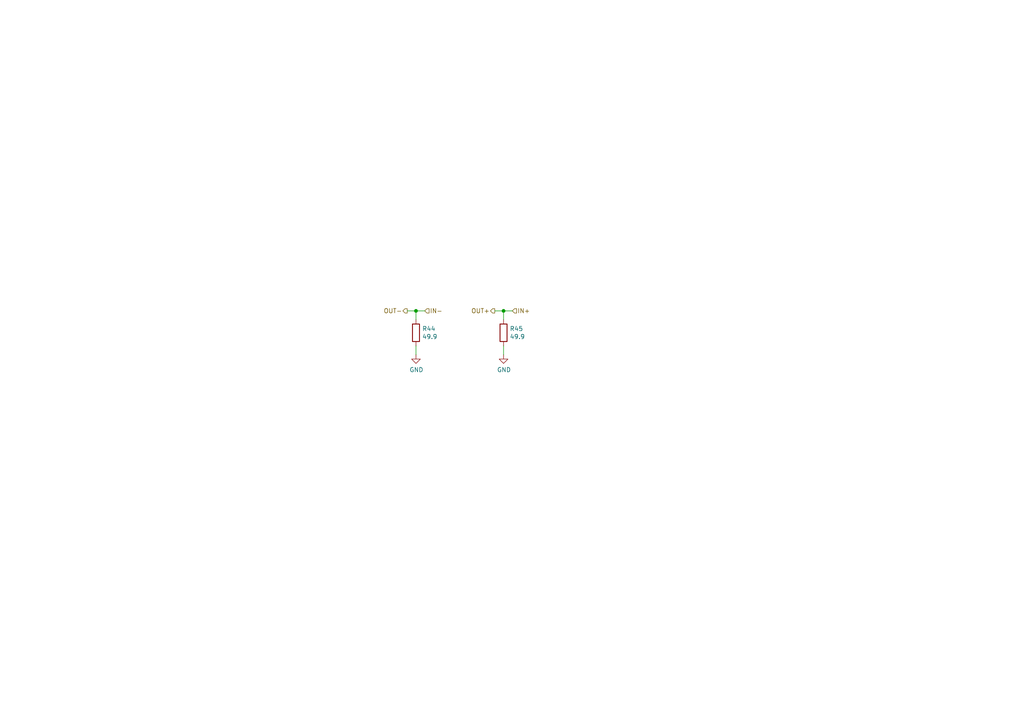
<source format=kicad_sch>
(kicad_sch (version 20231120) (generator "eeschema") (generator_version "8.0")
  (paper "A4")
  (title_block (title "PCIexpress_x4_half") (company "Author: Luca Anastasio"))
  (lib_symbols
    (symbol "Device:R" (pin_numbers hide) (pin_names (offset 0))
      (property "Reference" "R" (at 2.032 0 90))
      (property "Value" "R" (at 0 0 90))
      (symbol "R_0_1"
        (rectangle (start -1.016 -2.54) (end 1.016 2.54) (stroke (width 0.254)))
      )
      (symbol "R_1_1"
        (pin passive line (at 0 3.81 270) (length 1.27) (name "~") (number "1"))
        (pin passive line (at 0 -3.81 90) (length 1.27) (name "~") (number "2"))
      )
    )
    (symbol "power:GND" (power) (pin_names (offset 0))
      (property "Value" "GND" (at 0 -3.81 0))
      (symbol "GND_0_1"
        (polyline (pts (xy 0 0) (xy 0 -1.27) (xy 1.27 -1.27) (xy 0 -2.54) (xy -1.27 -1.27) (xy 0 -1.27)))
      )
      (symbol "GND_1_1"
        (pin power_in line (at 0 0 270) (length 0) hide (name "GND") (number "1"))
      )
    )
  )
  (junction (at 120.65 90.17))
  (junction (at 146.05 90.17))
  (wire (pts (xy 146.05 92.71) (xy 146.05 90.17)))
  (wire (pts (xy 118.11 90.17) (xy 120.65 90.17)))
  (wire (pts (xy 143.51 90.17) (xy 146.05 90.17)))
  (wire (pts (xy 146.05 100.33) (xy 146.05 102.87)))
  (wire (pts (xy 120.65 92.71) (xy 120.65 90.17)))
  (wire (pts (xy 146.05 90.17) (xy 148.59 90.17)))
  (wire (pts (xy 120.65 90.17) (xy 123.19 90.17)))
  (wire (pts (xy 120.65 100.33) (xy 120.65 102.87)))
  (hierarchical_label "IN-" (shape input) (at 123.19 90.17 0))
  (hierarchical_label "OUT-" (shape output) (at 118.11 90.17 180))
  (hierarchical_label "OUT+" (shape output) (at 143.51 90.17 180))
  (hierarchical_label "IN+" (shape input) (at 148.59 90.17 0))
  (symbol (lib_id "Device:R") (at 120.65 96.52 0) (unit 1)
    (property "Reference" "R1" (at 122.428 95.3516 0) (effects (justify left)))
    (property "Value" "49.9" (at 122.428 97.663 0) (effects (justify left)))
    (property "Footprint" "Resistor_SMD:R_0603_1608Metric" (effects (hide yes)))
    (instances (project "PCIexpress_x4_half" (path "" (reference "R44") (unit 1)) (path "" (reference "R1") (unit 1)) (path "" (reference "R3") (unit 1)) (path "" (reference "R5") (unit 1)) (path "" (reference "R7") (unit 1))))
  )
  (symbol (lib_id "Device:R") (at 146.05 96.52 0) (unit 1)
    (property "Reference" "R2" (at 147.828 95.3516 0) (effects (justify left)))
    (property "Value" "49.9" (at 147.828 97.663 0) (effects (justify left)))
    (property "Footprint" "Resistor_SMD:R_0603_1608Metric" (effects (hide yes)))
    (instances (project "PCIexpress_x4_half" (path "" (reference "R45") (unit 1)) (path "" (reference "R2") (unit 1)) (path "" (reference "R4") (unit 1)) (path "" (reference "R6") (unit 1)) (path "" (reference "R8") (unit 1))))
  )
  (symbol (lib_id "power:GND") (at 120.65 102.87 0) (unit 1)
    (property "Reference" "#PWR09" (effects (hide yes)))
    (property "Value" "GND" (at 120.777 107.2642 0))
    (instances (project "PCIexpress_x4_half" (path "" (reference "#PWR066") (unit 1)) (path "" (reference "#PWR09") (unit 1)) (path "" (reference "#PWR011") (unit 1)) (path "" (reference "#PWR013") (unit 1)) (path "" (reference "#PWR015") (unit 1))))
  )
  (symbol (lib_id "power:GND") (at 146.05 102.87 0) (unit 1)
    (property "Reference" "#PWR010" (effects (hide yes)))
    (property "Value" "GND" (at 146.177 107.2642 0))
    (instances (project "PCIexpress_x4_half" (path "" (reference "#PWR067") (unit 1)) (path "" (reference "#PWR010") (unit 1)) (path "" (reference "#PWR012") (unit 1)) (path "" (reference "#PWR014") (unit 1)) (path "" (reference "#PWR016") (unit 1))))
  )
)
</source>
